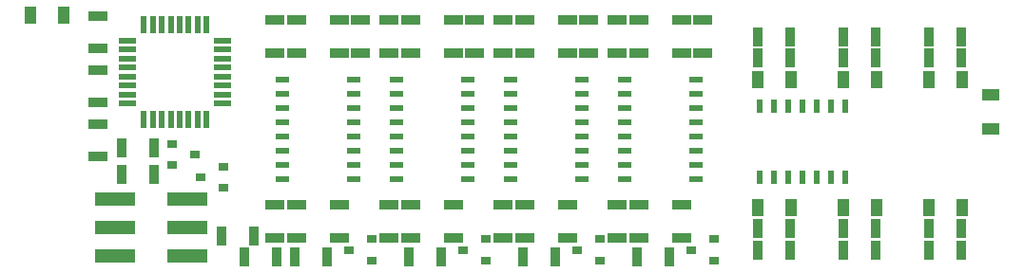
<source format=gbr>
G04 #@! TF.FileFunction,Paste,Bot*
%FSLAX46Y46*%
G04 Gerber Fmt 4.6, Leading zero omitted, Abs format (unit mm)*
G04 Created by KiCad (PCBNEW 4.0.5+dfsg1-4) date Sat Sep 22 09:12:03 2018*
%MOMM*%
%LPD*%
G01*
G04 APERTURE LIST*
%ADD10C,0.100000*%
%ADD11R,0.550000X1.600000*%
%ADD12R,1.600000X0.550000*%
%ADD13R,0.900000X1.700000*%
%ADD14R,1.000000X1.600000*%
%ADD15R,1.600000X1.000000*%
%ADD16R,3.600000X1.270000*%
%ADD17R,0.900000X0.800000*%
%ADD18R,1.700000X0.900000*%
%ADD19R,0.508000X1.143000*%
%ADD20R,1.143000X0.508000*%
G04 APERTURE END LIST*
D10*
D11*
X44190000Y-23690000D03*
X44990000Y-23690000D03*
X45790000Y-23690000D03*
X46590000Y-23690000D03*
X47390000Y-23690000D03*
X48190000Y-23690000D03*
X48990000Y-23690000D03*
X49790000Y-23690000D03*
D12*
X51240000Y-25140000D03*
X51240000Y-25940000D03*
X51240000Y-26740000D03*
X51240000Y-27540000D03*
X51240000Y-28340000D03*
X51240000Y-29140000D03*
X51240000Y-29940000D03*
X51240000Y-30740000D03*
D11*
X49790000Y-32190000D03*
X48990000Y-32190000D03*
X48190000Y-32190000D03*
X47390000Y-32190000D03*
X46590000Y-32190000D03*
X45790000Y-32190000D03*
X44990000Y-32190000D03*
X44190000Y-32190000D03*
D12*
X42740000Y-30740000D03*
X42740000Y-29940000D03*
X42740000Y-29140000D03*
X42740000Y-28340000D03*
X42740000Y-27540000D03*
X42740000Y-26740000D03*
X42740000Y-25940000D03*
X42740000Y-25140000D03*
D13*
X101780000Y-43815000D03*
X98880000Y-43815000D03*
D14*
X34060000Y-22860000D03*
X37060000Y-22860000D03*
X101830000Y-28575000D03*
X98830000Y-28575000D03*
D15*
X119634000Y-29996000D03*
X119634000Y-32996000D03*
D14*
X109450000Y-28575000D03*
X106450000Y-28575000D03*
X117070000Y-28575000D03*
X114070000Y-28575000D03*
X114070000Y-40005000D03*
X117070000Y-40005000D03*
X106450000Y-40005000D03*
X109450000Y-40005000D03*
X98830000Y-40005000D03*
X101830000Y-40005000D03*
D16*
X48031000Y-39243000D03*
X48031000Y-41783000D03*
X48031000Y-44323000D03*
X41631000Y-44323000D03*
X41631000Y-41783000D03*
X41631000Y-39243000D03*
D17*
X51292000Y-36388000D03*
X51292000Y-38288000D03*
X49292000Y-37338000D03*
X46752000Y-36256000D03*
X46752000Y-34356000D03*
X48752000Y-35306000D03*
X94980000Y-42865000D03*
X94980000Y-44765000D03*
X92980000Y-43815000D03*
X84820000Y-42865000D03*
X84820000Y-44765000D03*
X82820000Y-43815000D03*
X74660000Y-42865000D03*
X74660000Y-44765000D03*
X72660000Y-43815000D03*
X64500000Y-42865000D03*
X64500000Y-44765000D03*
X62500000Y-43815000D03*
D13*
X98880000Y-26670000D03*
X101780000Y-26670000D03*
X106500000Y-26670000D03*
X109400000Y-26670000D03*
X114120000Y-26670000D03*
X117020000Y-26670000D03*
X117020000Y-41910000D03*
X114120000Y-41910000D03*
X109400000Y-41910000D03*
X106500000Y-41910000D03*
X101780000Y-41910000D03*
X98880000Y-41910000D03*
X54028000Y-42545000D03*
X51128000Y-42545000D03*
D18*
X40132000Y-22934000D03*
X40132000Y-25834000D03*
D13*
X56060000Y-44450000D03*
X53160000Y-44450000D03*
X98880000Y-24765000D03*
X101780000Y-24765000D03*
X106500000Y-24765000D03*
X109400000Y-24765000D03*
X114120000Y-24765000D03*
X117020000Y-24765000D03*
X117020000Y-43815000D03*
X114120000Y-43815000D03*
X109400000Y-43815000D03*
X106500000Y-43815000D03*
X45138000Y-34671000D03*
X42238000Y-34671000D03*
X45138000Y-37084000D03*
X42238000Y-37084000D03*
D18*
X40132000Y-35486000D03*
X40132000Y-32586000D03*
X40132000Y-27760000D03*
X40132000Y-30660000D03*
X88265000Y-23315000D03*
X88265000Y-26215000D03*
X86360000Y-23315000D03*
X86360000Y-26215000D03*
X86360000Y-42725000D03*
X86360000Y-39825000D03*
X88265000Y-42725000D03*
X88265000Y-39825000D03*
X92075000Y-42725000D03*
X92075000Y-39825000D03*
X93980000Y-23315000D03*
X93980000Y-26215000D03*
X92075000Y-23315000D03*
X92075000Y-26215000D03*
X78105000Y-23315000D03*
X78105000Y-26215000D03*
X76200000Y-23315000D03*
X76200000Y-26215000D03*
X76200000Y-42725000D03*
X76200000Y-39825000D03*
X78105000Y-42725000D03*
X78105000Y-39825000D03*
X81915000Y-42725000D03*
X81915000Y-39825000D03*
X83820000Y-23315000D03*
X83820000Y-26215000D03*
X81915000Y-23315000D03*
X81915000Y-26215000D03*
X67945000Y-23315000D03*
X67945000Y-26215000D03*
X66040000Y-23315000D03*
X66040000Y-26215000D03*
X66040000Y-42725000D03*
X66040000Y-39825000D03*
X67945000Y-42725000D03*
X67945000Y-39825000D03*
X71755000Y-42725000D03*
X71755000Y-39825000D03*
X73660000Y-23315000D03*
X73660000Y-26215000D03*
X71755000Y-23315000D03*
X71755000Y-26215000D03*
X57785000Y-23315000D03*
X57785000Y-26215000D03*
X55880000Y-23315000D03*
X55880000Y-26215000D03*
X55880000Y-42725000D03*
X55880000Y-39825000D03*
X57785000Y-42725000D03*
X57785000Y-39825000D03*
X61595000Y-42725000D03*
X61595000Y-39825000D03*
X63500000Y-23315000D03*
X63500000Y-26215000D03*
X61595000Y-23315000D03*
X61595000Y-26215000D03*
D13*
X88085000Y-44450000D03*
X90985000Y-44450000D03*
X77925000Y-44450000D03*
X80825000Y-44450000D03*
X67765000Y-44450000D03*
X70665000Y-44450000D03*
X57605000Y-44450000D03*
X60505000Y-44450000D03*
D19*
X99060000Y-30988000D03*
X100330000Y-30988000D03*
X101600000Y-30988000D03*
X102870000Y-30988000D03*
X104140000Y-30988000D03*
X105410000Y-30988000D03*
X106680000Y-30988000D03*
X106680000Y-37338000D03*
X105410000Y-37338000D03*
X102870000Y-37338000D03*
X101600000Y-37338000D03*
X100330000Y-37338000D03*
X99060000Y-37338000D03*
X104140000Y-37338000D03*
D20*
X93345000Y-37465000D03*
X93345000Y-34925000D03*
X93345000Y-33655000D03*
X93345000Y-32385000D03*
X93345000Y-31115000D03*
X93345000Y-29845000D03*
X93345000Y-28575000D03*
X86995000Y-28575000D03*
X86995000Y-29845000D03*
X86995000Y-31115000D03*
X86995000Y-32385000D03*
X86995000Y-33655000D03*
X86995000Y-34925000D03*
X86995000Y-36195000D03*
X86995000Y-37465000D03*
X93345000Y-36195000D03*
X83185000Y-37465000D03*
X83185000Y-34925000D03*
X83185000Y-33655000D03*
X83185000Y-32385000D03*
X83185000Y-31115000D03*
X83185000Y-29845000D03*
X83185000Y-28575000D03*
X76835000Y-28575000D03*
X76835000Y-29845000D03*
X76835000Y-31115000D03*
X76835000Y-32385000D03*
X76835000Y-33655000D03*
X76835000Y-34925000D03*
X76835000Y-36195000D03*
X76835000Y-37465000D03*
X83185000Y-36195000D03*
X73025000Y-37465000D03*
X73025000Y-34925000D03*
X73025000Y-33655000D03*
X73025000Y-32385000D03*
X73025000Y-31115000D03*
X73025000Y-29845000D03*
X73025000Y-28575000D03*
X66675000Y-28575000D03*
X66675000Y-29845000D03*
X66675000Y-31115000D03*
X66675000Y-32385000D03*
X66675000Y-33655000D03*
X66675000Y-34925000D03*
X66675000Y-36195000D03*
X66675000Y-37465000D03*
X73025000Y-36195000D03*
X62865000Y-37465000D03*
X62865000Y-34925000D03*
X62865000Y-33655000D03*
X62865000Y-32385000D03*
X62865000Y-31115000D03*
X62865000Y-29845000D03*
X62865000Y-28575000D03*
X56515000Y-28575000D03*
X56515000Y-29845000D03*
X56515000Y-31115000D03*
X56515000Y-32385000D03*
X56515000Y-33655000D03*
X56515000Y-34925000D03*
X56515000Y-36195000D03*
X56515000Y-37465000D03*
X62865000Y-36195000D03*
M02*

</source>
